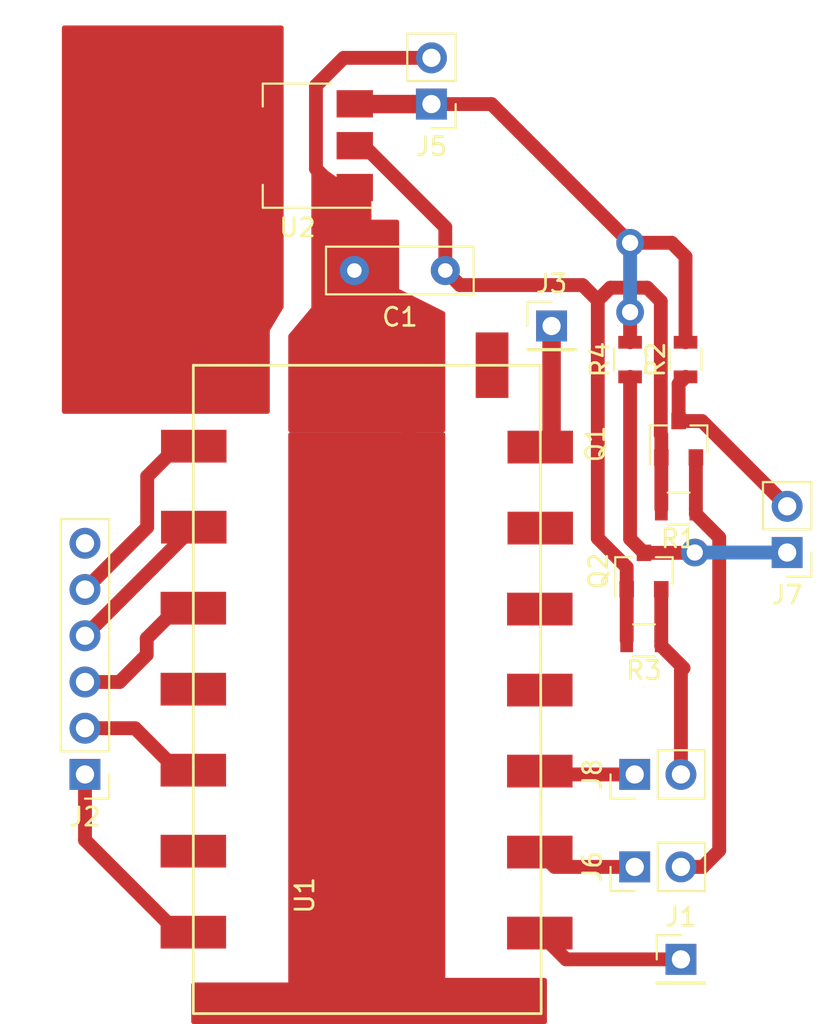
<source format=kicad_pcb>
(kicad_pcb (version 4) (host pcbnew 4.0.7-e2-6376~58~ubuntu16.04.1)

  (general
    (links 33)
    (no_connects 2)
    (area 0 0 0 0)
    (thickness 1.6)
    (drawings 0)
    (tracks 84)
    (zones 0)
    (modules 16)
    (nets 18)
  )

  (page A4)
  (layers
    (0 F.Cu signal)
    (31 B.Cu signal)
    (32 B.Adhes user)
    (33 F.Adhes user)
    (34 B.Paste user)
    (35 F.Paste user)
    (36 B.SilkS user)
    (37 F.SilkS user)
    (38 B.Mask user)
    (39 F.Mask user)
    (40 Dwgs.User user)
    (41 Cmts.User user)
    (42 Eco1.User user)
    (43 Eco2.User user)
    (44 Edge.Cuts user)
    (45 Margin user)
    (46 B.CrtYd user)
    (47 F.CrtYd user)
    (48 B.Fab user)
    (49 F.Fab user)
  )

  (setup
    (last_trace_width 0.762)
    (user_trace_width 0.508)
    (user_trace_width 0.762)
    (user_trace_width 1.016)
    (trace_clearance 0.2)
    (zone_clearance 0.508)
    (zone_45_only no)
    (trace_min 0.2)
    (segment_width 0.2)
    (edge_width 0.15)
    (via_size 1.524)
    (via_drill 0.889)
    (via_min_size 0.4)
    (via_min_drill 0.3)
    (uvia_size 0.3)
    (uvia_drill 0.1)
    (uvias_allowed no)
    (uvia_min_size 0)
    (uvia_min_drill 0)
    (pcb_text_width 0.3)
    (pcb_text_size 1.5 1.5)
    (mod_edge_width 0.15)
    (mod_text_size 1 1)
    (mod_text_width 0.15)
    (pad_size 1.524 1.524)
    (pad_drill 0.762)
    (pad_to_mask_clearance 0.2)
    (aux_axis_origin 0 0)
    (visible_elements FFFFEF7F)
    (pcbplotparams
      (layerselection 0x00030_80000001)
      (usegerberextensions false)
      (excludeedgelayer true)
      (linewidth 0.100000)
      (plotframeref false)
      (viasonmask false)
      (mode 1)
      (useauxorigin false)
      (hpglpennumber 1)
      (hpglpenspeed 20)
      (hpglpendiameter 15)
      (hpglpenoverlay 2)
      (psnegative false)
      (psa4output false)
      (plotreference true)
      (plotvalue true)
      (plotinvisibletext false)
      (padsonsilk false)
      (subtractmaskfromsilk false)
      (outputformat 1)
      (mirror false)
      (drillshape 1)
      (scaleselection 1)
      (outputdirectory ""))
  )

  (net 0 "")
  (net 1 GND)
  (net 2 "Net-(J2-Pad1)")
  (net 3 "Net-(J2-Pad2)")
  (net 4 "Net-(J2-Pad3)")
  (net 5 "Net-(J2-Pad4)")
  (net 6 "Net-(J2-Pad5)")
  (net 7 "Net-(J2-Pad6)")
  (net 8 +3V3)
  (net 9 "Net-(J6-Pad2)")
  (net 10 "Net-(J7-Pad1)")
  (net 11 "Net-(J7-Pad2)")
  (net 12 "Net-(J8-Pad2)")
  (net 13 +5V)
  (net 14 "Net-(J6-Pad1)")
  (net 15 "Net-(J8-Pad1)")
  (net 16 "Net-(J3-Pad1)")
  (net 17 "Net-(J1-Pad1)")

  (net_class Default "This is the default net class."
    (clearance 0.2)
    (trace_width 0.25)
    (via_dia 1.524)
    (via_drill 0.889)
    (uvia_dia 0.3)
    (uvia_drill 0.1)
    (add_net +3V3)
    (add_net +5V)
    (add_net GND)
    (add_net "Net-(J1-Pad1)")
    (add_net "Net-(J2-Pad1)")
    (add_net "Net-(J2-Pad2)")
    (add_net "Net-(J2-Pad3)")
    (add_net "Net-(J2-Pad4)")
    (add_net "Net-(J2-Pad5)")
    (add_net "Net-(J2-Pad6)")
    (add_net "Net-(J3-Pad1)")
    (add_net "Net-(J6-Pad1)")
    (add_net "Net-(J6-Pad2)")
    (add_net "Net-(J7-Pad1)")
    (add_net "Net-(J7-Pad2)")
    (add_net "Net-(J8-Pad1)")
    (add_net "Net-(J8-Pad2)")
  )

  (module Capacitors_THT:C_Disc_D8.0mm_W2.5mm_P5.00mm (layer F.Cu) (tedit 597BC7C2) (tstamp 5ADF816C)
    (at 163.83 76.454 180)
    (descr "C, Disc series, Radial, pin pitch=5.00mm, , diameter*width=8*2.5mm^2, Capacitor, http://cdn-reichelt.de/documents/datenblatt/B300/DS_KERKO_TC.pdf")
    (tags "C Disc series Radial pin pitch 5.00mm  diameter 8mm width 2.5mm Capacitor")
    (path /5ADE7263)
    (fp_text reference C1 (at 2.5 -2.56 180) (layer F.SilkS)
      (effects (font (size 1 1) (thickness 0.15)))
    )
    (fp_text value 10uf (at 2.5 2.56 180) (layer F.Fab)
      (effects (font (size 1 1) (thickness 0.15)))
    )
    (fp_line (start -1.5 -1.25) (end -1.5 1.25) (layer F.Fab) (width 0.1))
    (fp_line (start -1.5 1.25) (end 6.5 1.25) (layer F.Fab) (width 0.1))
    (fp_line (start 6.5 1.25) (end 6.5 -1.25) (layer F.Fab) (width 0.1))
    (fp_line (start 6.5 -1.25) (end -1.5 -1.25) (layer F.Fab) (width 0.1))
    (fp_line (start -1.56 -1.31) (end 6.56 -1.31) (layer F.SilkS) (width 0.12))
    (fp_line (start -1.56 1.31) (end 6.56 1.31) (layer F.SilkS) (width 0.12))
    (fp_line (start -1.56 -1.31) (end -1.56 1.31) (layer F.SilkS) (width 0.12))
    (fp_line (start 6.56 -1.31) (end 6.56 1.31) (layer F.SilkS) (width 0.12))
    (fp_line (start -1.85 -1.6) (end -1.85 1.6) (layer F.CrtYd) (width 0.05))
    (fp_line (start -1.85 1.6) (end 6.85 1.6) (layer F.CrtYd) (width 0.05))
    (fp_line (start 6.85 1.6) (end 6.85 -1.6) (layer F.CrtYd) (width 0.05))
    (fp_line (start 6.85 -1.6) (end -1.85 -1.6) (layer F.CrtYd) (width 0.05))
    (fp_text user %R (at 2.5 0 180) (layer F.Fab)
      (effects (font (size 1 1) (thickness 0.15)))
    )
    (pad 1 thru_hole circle (at 0 0 180) (size 1.6 1.6) (drill 0.8) (layers *.Cu *.Mask)
      (net 8 +3V3))
    (pad 2 thru_hole circle (at 5 0 180) (size 1.6 1.6) (drill 0.8) (layers *.Cu *.Mask)
      (net 1 GND))
    (model ${KISYS3DMOD}/Capacitors_THT.3dshapes/C_Disc_D8.0mm_W2.5mm_P5.00mm.wrl
      (at (xyz 0 0 0))
      (scale (xyz 1 1 1))
      (rotate (xyz 0 0 0))
    )
  )

  (module Pin_Headers:Pin_Header_Straight_1x06_Pitch2.54mm (layer F.Cu) (tedit 59650532) (tstamp 5ADF8180)
    (at 144.018 104.14 180)
    (descr "Through hole straight pin header, 1x06, 2.54mm pitch, single row")
    (tags "Through hole pin header THT 1x06 2.54mm single row")
    (path /5ADE6D3C)
    (fp_text reference J2 (at 0 -2.33 180) (layer F.SilkS)
      (effects (font (size 1 1) (thickness 0.15)))
    )
    (fp_text value Conn_01x06 (at 0 15.03 180) (layer F.Fab)
      (effects (font (size 1 1) (thickness 0.15)))
    )
    (fp_line (start -0.635 -1.27) (end 1.27 -1.27) (layer F.Fab) (width 0.1))
    (fp_line (start 1.27 -1.27) (end 1.27 13.97) (layer F.Fab) (width 0.1))
    (fp_line (start 1.27 13.97) (end -1.27 13.97) (layer F.Fab) (width 0.1))
    (fp_line (start -1.27 13.97) (end -1.27 -0.635) (layer F.Fab) (width 0.1))
    (fp_line (start -1.27 -0.635) (end -0.635 -1.27) (layer F.Fab) (width 0.1))
    (fp_line (start -1.33 14.03) (end 1.33 14.03) (layer F.SilkS) (width 0.12))
    (fp_line (start -1.33 1.27) (end -1.33 14.03) (layer F.SilkS) (width 0.12))
    (fp_line (start 1.33 1.27) (end 1.33 14.03) (layer F.SilkS) (width 0.12))
    (fp_line (start -1.33 1.27) (end 1.33 1.27) (layer F.SilkS) (width 0.12))
    (fp_line (start -1.33 0) (end -1.33 -1.33) (layer F.SilkS) (width 0.12))
    (fp_line (start -1.33 -1.33) (end 0 -1.33) (layer F.SilkS) (width 0.12))
    (fp_line (start -1.8 -1.8) (end -1.8 14.5) (layer F.CrtYd) (width 0.05))
    (fp_line (start -1.8 14.5) (end 1.8 14.5) (layer F.CrtYd) (width 0.05))
    (fp_line (start 1.8 14.5) (end 1.8 -1.8) (layer F.CrtYd) (width 0.05))
    (fp_line (start 1.8 -1.8) (end -1.8 -1.8) (layer F.CrtYd) (width 0.05))
    (fp_text user %R (at 0 6.35 270) (layer F.Fab)
      (effects (font (size 1 1) (thickness 0.15)))
    )
    (pad 1 thru_hole rect (at 0 0 180) (size 1.7 1.7) (drill 1) (layers *.Cu *.Mask)
      (net 2 "Net-(J2-Pad1)"))
    (pad 2 thru_hole oval (at 0 2.54 180) (size 1.7 1.7) (drill 1) (layers *.Cu *.Mask)
      (net 3 "Net-(J2-Pad2)"))
    (pad 3 thru_hole oval (at 0 5.08 180) (size 1.7 1.7) (drill 1) (layers *.Cu *.Mask)
      (net 4 "Net-(J2-Pad3)"))
    (pad 4 thru_hole oval (at 0 7.62 180) (size 1.7 1.7) (drill 1) (layers *.Cu *.Mask)
      (net 5 "Net-(J2-Pad4)"))
    (pad 5 thru_hole oval (at 0 10.16 180) (size 1.7 1.7) (drill 1) (layers *.Cu *.Mask)
      (net 6 "Net-(J2-Pad5)"))
    (pad 6 thru_hole oval (at 0 12.7 180) (size 1.7 1.7) (drill 1) (layers *.Cu *.Mask)
      (net 7 "Net-(J2-Pad6)"))
    (model ${KISYS3DMOD}/Pin_Headers.3dshapes/Pin_Header_Straight_1x06_Pitch2.54mm.wrl
      (at (xyz 0 0 0))
      (scale (xyz 1 1 1))
      (rotate (xyz 0 0 0))
    )
  )

  (module Pin_Headers:Pin_Header_Straight_1x01_Pitch2.54mm (layer F.Cu) (tedit 59650532) (tstamp 5ADF8185)
    (at 169.672 79.502)
    (descr "Through hole straight pin header, 1x01, 2.54mm pitch, single row")
    (tags "Through hole pin header THT 1x01 2.54mm single row")
    (path /5ADE73C1)
    (fp_text reference J3 (at 0 -2.33) (layer F.SilkS)
      (effects (font (size 1 1) (thickness 0.15)))
    )
    (fp_text value ant (at 0 2.33) (layer F.Fab)
      (effects (font (size 1 1) (thickness 0.15)))
    )
    (fp_line (start -0.635 -1.27) (end 1.27 -1.27) (layer F.Fab) (width 0.1))
    (fp_line (start 1.27 -1.27) (end 1.27 1.27) (layer F.Fab) (width 0.1))
    (fp_line (start 1.27 1.27) (end -1.27 1.27) (layer F.Fab) (width 0.1))
    (fp_line (start -1.27 1.27) (end -1.27 -0.635) (layer F.Fab) (width 0.1))
    (fp_line (start -1.27 -0.635) (end -0.635 -1.27) (layer F.Fab) (width 0.1))
    (fp_line (start -1.33 1.33) (end 1.33 1.33) (layer F.SilkS) (width 0.12))
    (fp_line (start -1.33 1.27) (end -1.33 1.33) (layer F.SilkS) (width 0.12))
    (fp_line (start 1.33 1.27) (end 1.33 1.33) (layer F.SilkS) (width 0.12))
    (fp_line (start -1.33 1.27) (end 1.33 1.27) (layer F.SilkS) (width 0.12))
    (fp_line (start -1.33 0) (end -1.33 -1.33) (layer F.SilkS) (width 0.12))
    (fp_line (start -1.33 -1.33) (end 0 -1.33) (layer F.SilkS) (width 0.12))
    (fp_line (start -1.8 -1.8) (end -1.8 1.8) (layer F.CrtYd) (width 0.05))
    (fp_line (start -1.8 1.8) (end 1.8 1.8) (layer F.CrtYd) (width 0.05))
    (fp_line (start 1.8 1.8) (end 1.8 -1.8) (layer F.CrtYd) (width 0.05))
    (fp_line (start 1.8 -1.8) (end -1.8 -1.8) (layer F.CrtYd) (width 0.05))
    (fp_text user %R (at 0 0 90) (layer F.Fab)
      (effects (font (size 1 1) (thickness 0.15)))
    )
    (pad 1 thru_hole rect (at 0 0) (size 1.7 1.7) (drill 1) (layers *.Cu *.Mask)
      (net 16 "Net-(J3-Pad1)"))
    (model ${KISYS3DMOD}/Pin_Headers.3dshapes/Pin_Header_Straight_1x01_Pitch2.54mm.wrl
      (at (xyz 0 0 0))
      (scale (xyz 1 1 1))
      (rotate (xyz 0 0 0))
    )
  )

  (module Pin_Headers:Pin_Header_Straight_1x02_Pitch2.54mm (layer F.Cu) (tedit 59650532) (tstamp 5ADF8190)
    (at 163.068 67.31 180)
    (descr "Through hole straight pin header, 1x02, 2.54mm pitch, single row")
    (tags "Through hole pin header THT 1x02 2.54mm single row")
    (path /5ADF82D9)
    (fp_text reference J5 (at 0 -2.33 180) (layer F.SilkS)
      (effects (font (size 1 1) (thickness 0.15)))
    )
    (fp_text value Power (at 0 4.87 180) (layer F.Fab)
      (effects (font (size 1 1) (thickness 0.15)))
    )
    (fp_line (start -0.635 -1.27) (end 1.27 -1.27) (layer F.Fab) (width 0.1))
    (fp_line (start 1.27 -1.27) (end 1.27 3.81) (layer F.Fab) (width 0.1))
    (fp_line (start 1.27 3.81) (end -1.27 3.81) (layer F.Fab) (width 0.1))
    (fp_line (start -1.27 3.81) (end -1.27 -0.635) (layer F.Fab) (width 0.1))
    (fp_line (start -1.27 -0.635) (end -0.635 -1.27) (layer F.Fab) (width 0.1))
    (fp_line (start -1.33 3.87) (end 1.33 3.87) (layer F.SilkS) (width 0.12))
    (fp_line (start -1.33 1.27) (end -1.33 3.87) (layer F.SilkS) (width 0.12))
    (fp_line (start 1.33 1.27) (end 1.33 3.87) (layer F.SilkS) (width 0.12))
    (fp_line (start -1.33 1.27) (end 1.33 1.27) (layer F.SilkS) (width 0.12))
    (fp_line (start -1.33 0) (end -1.33 -1.33) (layer F.SilkS) (width 0.12))
    (fp_line (start -1.33 -1.33) (end 0 -1.33) (layer F.SilkS) (width 0.12))
    (fp_line (start -1.8 -1.8) (end -1.8 4.35) (layer F.CrtYd) (width 0.05))
    (fp_line (start -1.8 4.35) (end 1.8 4.35) (layer F.CrtYd) (width 0.05))
    (fp_line (start 1.8 4.35) (end 1.8 -1.8) (layer F.CrtYd) (width 0.05))
    (fp_line (start 1.8 -1.8) (end -1.8 -1.8) (layer F.CrtYd) (width 0.05))
    (fp_text user %R (at 0 1.27 270) (layer F.Fab)
      (effects (font (size 1 1) (thickness 0.15)))
    )
    (pad 1 thru_hole rect (at 0 0 180) (size 1.7 1.7) (drill 1) (layers *.Cu *.Mask)
      (net 13 +5V))
    (pad 2 thru_hole oval (at 0 2.54 180) (size 1.7 1.7) (drill 1) (layers *.Cu *.Mask)
      (net 1 GND))
    (model ${KISYS3DMOD}/Pin_Headers.3dshapes/Pin_Header_Straight_1x02_Pitch2.54mm.wrl
      (at (xyz 0 0 0))
      (scale (xyz 1 1 1))
      (rotate (xyz 0 0 0))
    )
  )

  (module TO_SOT_Packages_SMD:SOT-223-3_TabPin2 (layer F.Cu) (tedit 58CE4E7E) (tstamp 5ADF8243)
    (at 155.702 69.596 180)
    (descr "module CMS SOT223 4 pins")
    (tags "CMS SOT")
    (path /5ADF804B)
    (attr smd)
    (fp_text reference U2 (at 0 -4.5 180) (layer F.SilkS)
      (effects (font (size 1 1) (thickness 0.15)))
    )
    (fp_text value AP1117-33 (at 0 4.5 180) (layer F.Fab)
      (effects (font (size 1 1) (thickness 0.15)))
    )
    (fp_text user %R (at 0 0 270) (layer F.Fab)
      (effects (font (size 0.8 0.8) (thickness 0.12)))
    )
    (fp_line (start 1.91 3.41) (end 1.91 2.15) (layer F.SilkS) (width 0.12))
    (fp_line (start 1.91 -3.41) (end 1.91 -2.15) (layer F.SilkS) (width 0.12))
    (fp_line (start 4.4 -3.6) (end -4.4 -3.6) (layer F.CrtYd) (width 0.05))
    (fp_line (start 4.4 3.6) (end 4.4 -3.6) (layer F.CrtYd) (width 0.05))
    (fp_line (start -4.4 3.6) (end 4.4 3.6) (layer F.CrtYd) (width 0.05))
    (fp_line (start -4.4 -3.6) (end -4.4 3.6) (layer F.CrtYd) (width 0.05))
    (fp_line (start -1.85 -2.35) (end -0.85 -3.35) (layer F.Fab) (width 0.1))
    (fp_line (start -1.85 -2.35) (end -1.85 3.35) (layer F.Fab) (width 0.1))
    (fp_line (start -1.85 3.41) (end 1.91 3.41) (layer F.SilkS) (width 0.12))
    (fp_line (start -0.85 -3.35) (end 1.85 -3.35) (layer F.Fab) (width 0.1))
    (fp_line (start -4.1 -3.41) (end 1.91 -3.41) (layer F.SilkS) (width 0.12))
    (fp_line (start -1.85 3.35) (end 1.85 3.35) (layer F.Fab) (width 0.1))
    (fp_line (start 1.85 -3.35) (end 1.85 3.35) (layer F.Fab) (width 0.1))
    (pad 2 smd rect (at 3.15 0 180) (size 2 3.8) (layers F.Cu F.Paste F.Mask)
      (net 8 +3V3))
    (pad 2 smd rect (at -3.15 0 180) (size 2 1.5) (layers F.Cu F.Paste F.Mask)
      (net 8 +3V3))
    (pad 3 smd rect (at -3.15 2.3 180) (size 2 1.5) (layers F.Cu F.Paste F.Mask)
      (net 13 +5V))
    (pad 1 smd rect (at -3.15 -2.3 180) (size 2 1.5) (layers F.Cu F.Paste F.Mask)
      (net 1 GND))
    (model ${KISYS3DMOD}/TO_SOT_Packages_SMD.3dshapes/SOT-223.wrl
      (at (xyz 0 0 0))
      (scale (xyz 1 1 1))
      (rotate (xyz 0 0 0))
    )
  )

  (module MainWorking:DRA818 (layer F.Cu) (tedit 5ADFA6FB) (tstamp 5ADF81A6)
    (at 142.875 103.505 90)
    (tags "DRA818 radio module xvcr transmitter transciever receiver vhf uhf")
    (path /5ADE6CB3)
    (fp_text reference U1 (at -7.275 13.225 90) (layer F.SilkS)
      (effects (font (size 1 1) (thickness 0.15)))
    )
    (fp_text value DRA818 (at -7.15 10.825 90) (layer F.Fab)
      (effects (font (size 1 1) (thickness 0.15)))
    )
    (fp_line (start -13.775 26.225) (end 21.85 26.175) (layer F.SilkS) (width 0.15))
    (fp_line (start 21.85 7.1) (end -13.775 7.1) (layer F.SilkS) (width 0.15))
    (fp_line (start -13.775 7.125) (end -13.775 26.2) (layer F.SilkS) (width 0.15))
    (fp_line (start 21.844 7.112) (end 21.844 26.162) (layer F.SilkS) (width 0.15))
    (pad 18 smd rect (at -9.35 26.15 180) (size 3.6 1.8) (layers F.Cu F.Paste F.Mask)
      (net 17 "Net-(J1-Pad1)"))
    (pad 17 smd rect (at -4.9 26.15 180) (size 3.6 1.8) (layers F.Cu F.Paste F.Mask)
      (net 14 "Net-(J6-Pad1)"))
    (pad 16 smd rect (at -0.45 26.15 180) (size 3.6 1.8) (layers F.Cu F.Paste F.Mask)
      (net 15 "Net-(J8-Pad1)"))
    (pad 15 smd rect (at 4 26.15 180) (size 3.6 1.8) (layers F.Cu F.Paste F.Mask))
    (pad 14 smd rect (at 8.45 26.15 180) (size 3.6 1.8) (layers F.Cu F.Paste F.Mask))
    (pad 13 smd rect (at 12.9 26.175 180) (size 3.6 1.8) (layers F.Cu F.Paste F.Mask))
    (pad 12 smd rect (at 17.35 26.175 180) (size 3.6 1.8) (layers F.Cu F.Paste F.Mask)
      (net 16 "Net-(J3-Pad1)"))
    (pad 7 smd rect (at 17.4 7.125 180) (size 3.6 1.8) (layers F.Cu F.Paste F.Mask)
      (net 6 "Net-(J2-Pad5)"))
    (pad 6 smd rect (at 12.95 7.125 180) (size 3.6 1.8) (layers F.Cu F.Paste F.Mask)
      (net 5 "Net-(J2-Pad4)"))
    (pad 5 smd rect (at 8.5 7.1 180) (size 3.6 1.8) (layers F.Cu F.Paste F.Mask)
      (net 4 "Net-(J2-Pad3)"))
    (pad 4 smd rect (at 4.05 7.1 180) (size 3.6 1.8) (layers F.Cu F.Paste F.Mask))
    (pad 3 smd rect (at -0.4 7.1 180) (size 3.6 1.8) (layers F.Cu F.Paste F.Mask)
      (net 3 "Net-(J2-Pad2)"))
    (pad 2 smd rect (at -4.85 7.1 180) (size 3.6 1.8) (layers F.Cu F.Paste F.Mask))
    (pad 1 smd rect (at -9.3 7.1 180) (size 3.6 1.8) (layers F.Cu F.Paste F.Mask)
      (net 2 "Net-(J2-Pad1)"))
    (pad 8 smd rect (at 21.825 9.725 180) (size 1.8 3.6) (layers F.Cu F.Paste F.Mask)
      (net 8 +3V3))
    (pad 9 smd rect (at 21.85 14.325 180) (size 1.8 3.6) (layers F.Cu F.Paste F.Mask)
      (net 1 GND))
    (pad 10 smd rect (at 21.85 18.925 180) (size 1.8 3.6) (layers F.Cu F.Paste F.Mask)
      (net 1 GND))
    (pad 11 smd rect (at 21.85 23.525 180) (size 1.8 3.6) (layers F.Cu F.Paste F.Mask))
    (pad 10 smd rect (at -13.225 10.675 90) (size 1 7) (layers F.Cu F.Paste F.Mask)
      (net 1 GND))
    (pad 10 smd trapezoid (at -13.225 23.425 90) (size 1 5.5) (layers F.Cu F.Paste F.Mask)
      (net 1 GND))
  )

  (module Pin_Headers:Pin_Header_Straight_1x02_Pitch2.54mm (layer F.Cu) (tedit 59650532) (tstamp 5AE4D6EF)
    (at 174.244 109.22 90)
    (descr "Through hole straight pin header, 1x02, 2.54mm pitch, single row")
    (tags "Through hole pin header THT 1x02 2.54mm single row")
    (path /5AE4D5AD)
    (fp_text reference J6 (at 0 -2.33 90) (layer F.SilkS)
      (effects (font (size 1 1) (thickness 0.15)))
    )
    (fp_text value txjump (at 0 4.87 90) (layer F.Fab)
      (effects (font (size 1 1) (thickness 0.15)))
    )
    (fp_line (start -0.635 -1.27) (end 1.27 -1.27) (layer F.Fab) (width 0.1))
    (fp_line (start 1.27 -1.27) (end 1.27 3.81) (layer F.Fab) (width 0.1))
    (fp_line (start 1.27 3.81) (end -1.27 3.81) (layer F.Fab) (width 0.1))
    (fp_line (start -1.27 3.81) (end -1.27 -0.635) (layer F.Fab) (width 0.1))
    (fp_line (start -1.27 -0.635) (end -0.635 -1.27) (layer F.Fab) (width 0.1))
    (fp_line (start -1.33 3.87) (end 1.33 3.87) (layer F.SilkS) (width 0.12))
    (fp_line (start -1.33 1.27) (end -1.33 3.87) (layer F.SilkS) (width 0.12))
    (fp_line (start 1.33 1.27) (end 1.33 3.87) (layer F.SilkS) (width 0.12))
    (fp_line (start -1.33 1.27) (end 1.33 1.27) (layer F.SilkS) (width 0.12))
    (fp_line (start -1.33 0) (end -1.33 -1.33) (layer F.SilkS) (width 0.12))
    (fp_line (start -1.33 -1.33) (end 0 -1.33) (layer F.SilkS) (width 0.12))
    (fp_line (start -1.8 -1.8) (end -1.8 4.35) (layer F.CrtYd) (width 0.05))
    (fp_line (start -1.8 4.35) (end 1.8 4.35) (layer F.CrtYd) (width 0.05))
    (fp_line (start 1.8 4.35) (end 1.8 -1.8) (layer F.CrtYd) (width 0.05))
    (fp_line (start 1.8 -1.8) (end -1.8 -1.8) (layer F.CrtYd) (width 0.05))
    (fp_text user %R (at 0 1.27 180) (layer F.Fab)
      (effects (font (size 1 1) (thickness 0.15)))
    )
    (pad 1 thru_hole rect (at 0 0 90) (size 1.7 1.7) (drill 1) (layers *.Cu *.Mask)
      (net 14 "Net-(J6-Pad1)"))
    (pad 2 thru_hole oval (at 0 2.54 90) (size 1.7 1.7) (drill 1) (layers *.Cu *.Mask)
      (net 9 "Net-(J6-Pad2)"))
    (model ${KISYS3DMOD}/Pin_Headers.3dshapes/Pin_Header_Straight_1x02_Pitch2.54mm.wrl
      (at (xyz 0 0 0))
      (scale (xyz 1 1 1))
      (rotate (xyz 0 0 0))
    )
  )

  (module Pin_Headers:Pin_Header_Straight_1x02_Pitch2.54mm (layer F.Cu) (tedit 59650532) (tstamp 5AE4D6F5)
    (at 182.626 91.948 180)
    (descr "Through hole straight pin header, 1x02, 2.54mm pitch, single row")
    (tags "Through hole pin header THT 1x02 2.54mm single row")
    (path /5AE4E280)
    (fp_text reference J7 (at 0 -2.33 180) (layer F.SilkS)
      (effects (font (size 1 1) (thickness 0.15)))
    )
    (fp_text value 5vTTL (at 0 4.87 180) (layer F.Fab)
      (effects (font (size 1 1) (thickness 0.15)))
    )
    (fp_line (start -0.635 -1.27) (end 1.27 -1.27) (layer F.Fab) (width 0.1))
    (fp_line (start 1.27 -1.27) (end 1.27 3.81) (layer F.Fab) (width 0.1))
    (fp_line (start 1.27 3.81) (end -1.27 3.81) (layer F.Fab) (width 0.1))
    (fp_line (start -1.27 3.81) (end -1.27 -0.635) (layer F.Fab) (width 0.1))
    (fp_line (start -1.27 -0.635) (end -0.635 -1.27) (layer F.Fab) (width 0.1))
    (fp_line (start -1.33 3.87) (end 1.33 3.87) (layer F.SilkS) (width 0.12))
    (fp_line (start -1.33 1.27) (end -1.33 3.87) (layer F.SilkS) (width 0.12))
    (fp_line (start 1.33 1.27) (end 1.33 3.87) (layer F.SilkS) (width 0.12))
    (fp_line (start -1.33 1.27) (end 1.33 1.27) (layer F.SilkS) (width 0.12))
    (fp_line (start -1.33 0) (end -1.33 -1.33) (layer F.SilkS) (width 0.12))
    (fp_line (start -1.33 -1.33) (end 0 -1.33) (layer F.SilkS) (width 0.12))
    (fp_line (start -1.8 -1.8) (end -1.8 4.35) (layer F.CrtYd) (width 0.05))
    (fp_line (start -1.8 4.35) (end 1.8 4.35) (layer F.CrtYd) (width 0.05))
    (fp_line (start 1.8 4.35) (end 1.8 -1.8) (layer F.CrtYd) (width 0.05))
    (fp_line (start 1.8 -1.8) (end -1.8 -1.8) (layer F.CrtYd) (width 0.05))
    (fp_text user %R (at 0 1.27 270) (layer F.Fab)
      (effects (font (size 1 1) (thickness 0.15)))
    )
    (pad 1 thru_hole rect (at 0 0 180) (size 1.7 1.7) (drill 1) (layers *.Cu *.Mask)
      (net 10 "Net-(J7-Pad1)"))
    (pad 2 thru_hole oval (at 0 2.54 180) (size 1.7 1.7) (drill 1) (layers *.Cu *.Mask)
      (net 11 "Net-(J7-Pad2)"))
    (model ${KISYS3DMOD}/Pin_Headers.3dshapes/Pin_Header_Straight_1x02_Pitch2.54mm.wrl
      (at (xyz 0 0 0))
      (scale (xyz 1 1 1))
      (rotate (xyz 0 0 0))
    )
  )

  (module Pin_Headers:Pin_Header_Straight_1x02_Pitch2.54mm (layer F.Cu) (tedit 59650532) (tstamp 5AE4D6FB)
    (at 174.244 104.14 90)
    (descr "Through hole straight pin header, 1x02, 2.54mm pitch, single row")
    (tags "Through hole pin header THT 1x02 2.54mm single row")
    (path /5AE4D547)
    (fp_text reference J8 (at 0 -2.33 90) (layer F.SilkS)
      (effects (font (size 1 1) (thickness 0.15)))
    )
    (fp_text value rxjump (at 0 4.87 90) (layer F.Fab)
      (effects (font (size 1 1) (thickness 0.15)))
    )
    (fp_line (start -0.635 -1.27) (end 1.27 -1.27) (layer F.Fab) (width 0.1))
    (fp_line (start 1.27 -1.27) (end 1.27 3.81) (layer F.Fab) (width 0.1))
    (fp_line (start 1.27 3.81) (end -1.27 3.81) (layer F.Fab) (width 0.1))
    (fp_line (start -1.27 3.81) (end -1.27 -0.635) (layer F.Fab) (width 0.1))
    (fp_line (start -1.27 -0.635) (end -0.635 -1.27) (layer F.Fab) (width 0.1))
    (fp_line (start -1.33 3.87) (end 1.33 3.87) (layer F.SilkS) (width 0.12))
    (fp_line (start -1.33 1.27) (end -1.33 3.87) (layer F.SilkS) (width 0.12))
    (fp_line (start 1.33 1.27) (end 1.33 3.87) (layer F.SilkS) (width 0.12))
    (fp_line (start -1.33 1.27) (end 1.33 1.27) (layer F.SilkS) (width 0.12))
    (fp_line (start -1.33 0) (end -1.33 -1.33) (layer F.SilkS) (width 0.12))
    (fp_line (start -1.33 -1.33) (end 0 -1.33) (layer F.SilkS) (width 0.12))
    (fp_line (start -1.8 -1.8) (end -1.8 4.35) (layer F.CrtYd) (width 0.05))
    (fp_line (start -1.8 4.35) (end 1.8 4.35) (layer F.CrtYd) (width 0.05))
    (fp_line (start 1.8 4.35) (end 1.8 -1.8) (layer F.CrtYd) (width 0.05))
    (fp_line (start 1.8 -1.8) (end -1.8 -1.8) (layer F.CrtYd) (width 0.05))
    (fp_text user %R (at 0 1.27 180) (layer F.Fab)
      (effects (font (size 1 1) (thickness 0.15)))
    )
    (pad 1 thru_hole rect (at 0 0 90) (size 1.7 1.7) (drill 1) (layers *.Cu *.Mask)
      (net 15 "Net-(J8-Pad1)"))
    (pad 2 thru_hole oval (at 0 2.54 90) (size 1.7 1.7) (drill 1) (layers *.Cu *.Mask)
      (net 12 "Net-(J8-Pad2)"))
    (model ${KISYS3DMOD}/Pin_Headers.3dshapes/Pin_Header_Straight_1x02_Pitch2.54mm.wrl
      (at (xyz 0 0 0))
      (scale (xyz 1 1 1))
      (rotate (xyz 0 0 0))
    )
  )

  (module TO_SOT_Packages_SMD:SOT-23 (layer F.Cu) (tedit 5AE5F755) (tstamp 5AE4D702)
    (at 176.657 85.725 90)
    (descr "SOT-23, Standard")
    (tags SOT-23)
    (path /5AE4D897)
    (attr smd)
    (fp_text reference Q1 (at -0.254 -4.572 90) (layer F.SilkS)
      (effects (font (size 1 1) (thickness 0.15)))
    )
    (fp_text value BSS138 (at 0 2.5 90) (layer F.Fab)
      (effects (font (size 1 1) (thickness 0.15)))
    )
    (fp_text user %R (at 0 0 180) (layer F.Fab)
      (effects (font (size 0.5 0.5) (thickness 0.075)))
    )
    (fp_line (start -0.7 -0.95) (end -0.7 1.5) (layer F.Fab) (width 0.1))
    (fp_line (start -0.15 -1.52) (end 0.7 -1.52) (layer F.Fab) (width 0.1))
    (fp_line (start -0.7 -0.95) (end -0.15 -1.52) (layer F.Fab) (width 0.1))
    (fp_line (start 0.7 -1.52) (end 0.7 1.52) (layer F.Fab) (width 0.1))
    (fp_line (start -0.7 1.52) (end 0.7 1.52) (layer F.Fab) (width 0.1))
    (fp_line (start 0.76 1.58) (end 0.76 0.65) (layer F.SilkS) (width 0.12))
    (fp_line (start 0.76 -1.58) (end 0.76 -0.65) (layer F.SilkS) (width 0.12))
    (fp_line (start -1.7 -1.75) (end 1.7 -1.75) (layer F.CrtYd) (width 0.05))
    (fp_line (start 1.7 -1.75) (end 1.7 1.75) (layer F.CrtYd) (width 0.05))
    (fp_line (start 1.7 1.75) (end -1.7 1.75) (layer F.CrtYd) (width 0.05))
    (fp_line (start -1.7 1.75) (end -1.7 -1.75) (layer F.CrtYd) (width 0.05))
    (fp_line (start 0.76 -1.58) (end -1.4 -1.58) (layer F.SilkS) (width 0.12))
    (fp_line (start 0.76 1.58) (end -0.7 1.58) (layer F.SilkS) (width 0.12))
    (pad 1 smd rect (at -1 -0.95 90) (size 0.9 0.8) (layers F.Cu F.Paste F.Mask)
      (net 8 +3V3))
    (pad 2 smd rect (at -1 0.95 90) (size 0.9 0.8) (layers F.Cu F.Paste F.Mask)
      (net 9 "Net-(J6-Pad2)"))
    (pad 3 smd rect (at 1 0 90) (size 0.9 0.8) (layers F.Cu F.Paste F.Mask)
      (net 11 "Net-(J7-Pad2)"))
    (model ${KISYS3DMOD}/TO_SOT_Packages_SMD.3dshapes/SOT-23.wrl
      (at (xyz 0 0 0))
      (scale (xyz 1 1 1))
      (rotate (xyz 0 0 0))
    )
  )

  (module TO_SOT_Packages_SMD:SOT-23 (layer F.Cu) (tedit 58CE4E7E) (tstamp 5AE4D709)
    (at 174.752 92.964 90)
    (descr "SOT-23, Standard")
    (tags SOT-23)
    (path /5AE4D83B)
    (attr smd)
    (fp_text reference Q2 (at 0 -2.5 90) (layer F.SilkS)
      (effects (font (size 1 1) (thickness 0.15)))
    )
    (fp_text value BSS138 (at 0 2.5 90) (layer F.Fab)
      (effects (font (size 1 1) (thickness 0.15)))
    )
    (fp_text user %R (at 0 0 180) (layer F.Fab)
      (effects (font (size 0.5 0.5) (thickness 0.075)))
    )
    (fp_line (start -0.7 -0.95) (end -0.7 1.5) (layer F.Fab) (width 0.1))
    (fp_line (start -0.15 -1.52) (end 0.7 -1.52) (layer F.Fab) (width 0.1))
    (fp_line (start -0.7 -0.95) (end -0.15 -1.52) (layer F.Fab) (width 0.1))
    (fp_line (start 0.7 -1.52) (end 0.7 1.52) (layer F.Fab) (width 0.1))
    (fp_line (start -0.7 1.52) (end 0.7 1.52) (layer F.Fab) (width 0.1))
    (fp_line (start 0.76 1.58) (end 0.76 0.65) (layer F.SilkS) (width 0.12))
    (fp_line (start 0.76 -1.58) (end 0.76 -0.65) (layer F.SilkS) (width 0.12))
    (fp_line (start -1.7 -1.75) (end 1.7 -1.75) (layer F.CrtYd) (width 0.05))
    (fp_line (start 1.7 -1.75) (end 1.7 1.75) (layer F.CrtYd) (width 0.05))
    (fp_line (start 1.7 1.75) (end -1.7 1.75) (layer F.CrtYd) (width 0.05))
    (fp_line (start -1.7 1.75) (end -1.7 -1.75) (layer F.CrtYd) (width 0.05))
    (fp_line (start 0.76 -1.58) (end -1.4 -1.58) (layer F.SilkS) (width 0.12))
    (fp_line (start 0.76 1.58) (end -0.7 1.58) (layer F.SilkS) (width 0.12))
    (pad 1 smd rect (at -1 -0.95 90) (size 0.9 0.8) (layers F.Cu F.Paste F.Mask)
      (net 8 +3V3))
    (pad 2 smd rect (at -1 0.95 90) (size 0.9 0.8) (layers F.Cu F.Paste F.Mask)
      (net 12 "Net-(J8-Pad2)"))
    (pad 3 smd rect (at 1 0 90) (size 0.9 0.8) (layers F.Cu F.Paste F.Mask)
      (net 10 "Net-(J7-Pad1)"))
    (model ${KISYS3DMOD}/TO_SOT_Packages_SMD.3dshapes/SOT-23.wrl
      (at (xyz 0 0 0))
      (scale (xyz 1 1 1))
      (rotate (xyz 0 0 0))
    )
  )

  (module Resistors_SMD:R_0805 (layer F.Cu) (tedit 58E0A804) (tstamp 5AE4D70F)
    (at 176.657 89.535 180)
    (descr "Resistor SMD 0805, reflow soldering, Vishay (see dcrcw.pdf)")
    (tags "resistor 0805")
    (path /5AE4DC2C)
    (attr smd)
    (fp_text reference R1 (at 0 -1.65 180) (layer F.SilkS)
      (effects (font (size 1 1) (thickness 0.15)))
    )
    (fp_text value 10k (at 0 1.75 180) (layer F.Fab)
      (effects (font (size 1 1) (thickness 0.15)))
    )
    (fp_text user %R (at 0 0 180) (layer F.Fab)
      (effects (font (size 0.5 0.5) (thickness 0.075)))
    )
    (fp_line (start -1 0.62) (end -1 -0.62) (layer F.Fab) (width 0.1))
    (fp_line (start 1 0.62) (end -1 0.62) (layer F.Fab) (width 0.1))
    (fp_line (start 1 -0.62) (end 1 0.62) (layer F.Fab) (width 0.1))
    (fp_line (start -1 -0.62) (end 1 -0.62) (layer F.Fab) (width 0.1))
    (fp_line (start 0.6 0.88) (end -0.6 0.88) (layer F.SilkS) (width 0.12))
    (fp_line (start -0.6 -0.88) (end 0.6 -0.88) (layer F.SilkS) (width 0.12))
    (fp_line (start -1.55 -0.9) (end 1.55 -0.9) (layer F.CrtYd) (width 0.05))
    (fp_line (start -1.55 -0.9) (end -1.55 0.9) (layer F.CrtYd) (width 0.05))
    (fp_line (start 1.55 0.9) (end 1.55 -0.9) (layer F.CrtYd) (width 0.05))
    (fp_line (start 1.55 0.9) (end -1.55 0.9) (layer F.CrtYd) (width 0.05))
    (pad 1 smd rect (at -0.95 0 180) (size 0.7 1.3) (layers F.Cu F.Paste F.Mask)
      (net 9 "Net-(J6-Pad2)"))
    (pad 2 smd rect (at 0.95 0 180) (size 0.7 1.3) (layers F.Cu F.Paste F.Mask)
      (net 8 +3V3))
    (model ${KISYS3DMOD}/Resistors_SMD.3dshapes/R_0805.wrl
      (at (xyz 0 0 0))
      (scale (xyz 1 1 1))
      (rotate (xyz 0 0 0))
    )
  )

  (module Resistors_SMD:R_0805 (layer F.Cu) (tedit 58E0A804) (tstamp 5AE4D715)
    (at 177.038 81.346 90)
    (descr "Resistor SMD 0805, reflow soldering, Vishay (see dcrcw.pdf)")
    (tags "resistor 0805")
    (path /5AE4DF9A)
    (attr smd)
    (fp_text reference R2 (at 0 -1.65 90) (layer F.SilkS)
      (effects (font (size 1 1) (thickness 0.15)))
    )
    (fp_text value 10k (at 0 1.75 90) (layer F.Fab)
      (effects (font (size 1 1) (thickness 0.15)))
    )
    (fp_text user %R (at 0 0 90) (layer F.Fab)
      (effects (font (size 0.5 0.5) (thickness 0.075)))
    )
    (fp_line (start -1 0.62) (end -1 -0.62) (layer F.Fab) (width 0.1))
    (fp_line (start 1 0.62) (end -1 0.62) (layer F.Fab) (width 0.1))
    (fp_line (start 1 -0.62) (end 1 0.62) (layer F.Fab) (width 0.1))
    (fp_line (start -1 -0.62) (end 1 -0.62) (layer F.Fab) (width 0.1))
    (fp_line (start 0.6 0.88) (end -0.6 0.88) (layer F.SilkS) (width 0.12))
    (fp_line (start -0.6 -0.88) (end 0.6 -0.88) (layer F.SilkS) (width 0.12))
    (fp_line (start -1.55 -0.9) (end 1.55 -0.9) (layer F.CrtYd) (width 0.05))
    (fp_line (start -1.55 -0.9) (end -1.55 0.9) (layer F.CrtYd) (width 0.05))
    (fp_line (start 1.55 0.9) (end 1.55 -0.9) (layer F.CrtYd) (width 0.05))
    (fp_line (start 1.55 0.9) (end -1.55 0.9) (layer F.CrtYd) (width 0.05))
    (pad 1 smd rect (at -0.95 0 90) (size 0.7 1.3) (layers F.Cu F.Paste F.Mask)
      (net 11 "Net-(J7-Pad2)"))
    (pad 2 smd rect (at 0.95 0 90) (size 0.7 1.3) (layers F.Cu F.Paste F.Mask)
      (net 13 +5V))
    (model ${KISYS3DMOD}/Resistors_SMD.3dshapes/R_0805.wrl
      (at (xyz 0 0 0))
      (scale (xyz 1 1 1))
      (rotate (xyz 0 0 0))
    )
  )

  (module Resistors_SMD:R_0805 (layer F.Cu) (tedit 58E0A804) (tstamp 5AE4D71B)
    (at 174.752 96.774 180)
    (descr "Resistor SMD 0805, reflow soldering, Vishay (see dcrcw.pdf)")
    (tags "resistor 0805")
    (path /5AE4DD3C)
    (attr smd)
    (fp_text reference R3 (at 0 -1.65 180) (layer F.SilkS)
      (effects (font (size 1 1) (thickness 0.15)))
    )
    (fp_text value 10k (at 0 1.75 180) (layer F.Fab)
      (effects (font (size 1 1) (thickness 0.15)))
    )
    (fp_text user %R (at 0 0 180) (layer F.Fab)
      (effects (font (size 0.5 0.5) (thickness 0.075)))
    )
    (fp_line (start -1 0.62) (end -1 -0.62) (layer F.Fab) (width 0.1))
    (fp_line (start 1 0.62) (end -1 0.62) (layer F.Fab) (width 0.1))
    (fp_line (start 1 -0.62) (end 1 0.62) (layer F.Fab) (width 0.1))
    (fp_line (start -1 -0.62) (end 1 -0.62) (layer F.Fab) (width 0.1))
    (fp_line (start 0.6 0.88) (end -0.6 0.88) (layer F.SilkS) (width 0.12))
    (fp_line (start -0.6 -0.88) (end 0.6 -0.88) (layer F.SilkS) (width 0.12))
    (fp_line (start -1.55 -0.9) (end 1.55 -0.9) (layer F.CrtYd) (width 0.05))
    (fp_line (start -1.55 -0.9) (end -1.55 0.9) (layer F.CrtYd) (width 0.05))
    (fp_line (start 1.55 0.9) (end 1.55 -0.9) (layer F.CrtYd) (width 0.05))
    (fp_line (start 1.55 0.9) (end -1.55 0.9) (layer F.CrtYd) (width 0.05))
    (pad 1 smd rect (at -0.95 0 180) (size 0.7 1.3) (layers F.Cu F.Paste F.Mask)
      (net 12 "Net-(J8-Pad2)"))
    (pad 2 smd rect (at 0.95 0 180) (size 0.7 1.3) (layers F.Cu F.Paste F.Mask)
      (net 8 +3V3))
    (model ${KISYS3DMOD}/Resistors_SMD.3dshapes/R_0805.wrl
      (at (xyz 0 0 0))
      (scale (xyz 1 1 1))
      (rotate (xyz 0 0 0))
    )
  )

  (module Resistors_SMD:R_0805 (layer F.Cu) (tedit 58E0A804) (tstamp 5AE4D721)
    (at 173.99 81.346 90)
    (descr "Resistor SMD 0805, reflow soldering, Vishay (see dcrcw.pdf)")
    (tags "resistor 0805")
    (path /5AE4DFCF)
    (attr smd)
    (fp_text reference R4 (at 0 -1.65 90) (layer F.SilkS)
      (effects (font (size 1 1) (thickness 0.15)))
    )
    (fp_text value 10k (at 0 1.75 90) (layer F.Fab)
      (effects (font (size 1 1) (thickness 0.15)))
    )
    (fp_text user %R (at 0 0 90) (layer F.Fab)
      (effects (font (size 0.5 0.5) (thickness 0.075)))
    )
    (fp_line (start -1 0.62) (end -1 -0.62) (layer F.Fab) (width 0.1))
    (fp_line (start 1 0.62) (end -1 0.62) (layer F.Fab) (width 0.1))
    (fp_line (start 1 -0.62) (end 1 0.62) (layer F.Fab) (width 0.1))
    (fp_line (start -1 -0.62) (end 1 -0.62) (layer F.Fab) (width 0.1))
    (fp_line (start 0.6 0.88) (end -0.6 0.88) (layer F.SilkS) (width 0.12))
    (fp_line (start -0.6 -0.88) (end 0.6 -0.88) (layer F.SilkS) (width 0.12))
    (fp_line (start -1.55 -0.9) (end 1.55 -0.9) (layer F.CrtYd) (width 0.05))
    (fp_line (start -1.55 -0.9) (end -1.55 0.9) (layer F.CrtYd) (width 0.05))
    (fp_line (start 1.55 0.9) (end 1.55 -0.9) (layer F.CrtYd) (width 0.05))
    (fp_line (start 1.55 0.9) (end -1.55 0.9) (layer F.CrtYd) (width 0.05))
    (pad 1 smd rect (at -0.95 0 90) (size 0.7 1.3) (layers F.Cu F.Paste F.Mask)
      (net 10 "Net-(J7-Pad1)"))
    (pad 2 smd rect (at 0.95 0 90) (size 0.7 1.3) (layers F.Cu F.Paste F.Mask)
      (net 13 +5V))
    (model ${KISYS3DMOD}/Resistors_SMD.3dshapes/R_0805.wrl
      (at (xyz 0 0 0))
      (scale (xyz 1 1 1))
      (rotate (xyz 0 0 0))
    )
  )

  (module Pin_Headers:Pin_Header_Straight_1x01_Pitch2.54mm (layer F.Cu) (tedit 59650532) (tstamp 5AE60022)
    (at 176.784 114.3)
    (descr "Through hole straight pin header, 1x01, 2.54mm pitch, single row")
    (tags "Through hole pin header THT 1x01 2.54mm single row")
    (path /5AE60A6D)
    (fp_text reference J1 (at 0 -2.33) (layer F.SilkS)
      (effects (font (size 1 1) (thickness 0.15)))
    )
    (fp_text value audio (at 0 2.33) (layer F.Fab)
      (effects (font (size 1 1) (thickness 0.15)))
    )
    (fp_line (start -0.635 -1.27) (end 1.27 -1.27) (layer F.Fab) (width 0.1))
    (fp_line (start 1.27 -1.27) (end 1.27 1.27) (layer F.Fab) (width 0.1))
    (fp_line (start 1.27 1.27) (end -1.27 1.27) (layer F.Fab) (width 0.1))
    (fp_line (start -1.27 1.27) (end -1.27 -0.635) (layer F.Fab) (width 0.1))
    (fp_line (start -1.27 -0.635) (end -0.635 -1.27) (layer F.Fab) (width 0.1))
    (fp_line (start -1.33 1.33) (end 1.33 1.33) (layer F.SilkS) (width 0.12))
    (fp_line (start -1.33 1.27) (end -1.33 1.33) (layer F.SilkS) (width 0.12))
    (fp_line (start 1.33 1.27) (end 1.33 1.33) (layer F.SilkS) (width 0.12))
    (fp_line (start -1.33 1.27) (end 1.33 1.27) (layer F.SilkS) (width 0.12))
    (fp_line (start -1.33 0) (end -1.33 -1.33) (layer F.SilkS) (width 0.12))
    (fp_line (start -1.33 -1.33) (end 0 -1.33) (layer F.SilkS) (width 0.12))
    (fp_line (start -1.8 -1.8) (end -1.8 1.8) (layer F.CrtYd) (width 0.05))
    (fp_line (start -1.8 1.8) (end 1.8 1.8) (layer F.CrtYd) (width 0.05))
    (fp_line (start 1.8 1.8) (end 1.8 -1.8) (layer F.CrtYd) (width 0.05))
    (fp_line (start 1.8 -1.8) (end -1.8 -1.8) (layer F.CrtYd) (width 0.05))
    (fp_text user %R (at 0 0 90) (layer F.Fab)
      (effects (font (size 1 1) (thickness 0.15)))
    )
    (pad 1 thru_hole rect (at 0 0) (size 1.7 1.7) (drill 1) (layers *.Cu *.Mask)
      (net 17 "Net-(J1-Pad1)"))
    (model ${KISYS3DMOD}/Pin_Headers.3dshapes/Pin_Header_Straight_1x01_Pitch2.54mm.wrl
      (at (xyz 0 0 0))
      (scale (xyz 1 1 1))
      (rotate (xyz 0 0 0))
    )
  )

  (segment (start 161.8 81.655) (end 161.8 87.886) (width 0.762) (layer F.Cu) (net 1))
  (segment (start 158.852 71.896) (end 157.748 71.896) (width 0.762) (layer F.Cu) (net 1))
  (segment (start 157.748 71.896) (end 156.718 70.866) (width 0.762) (layer F.Cu) (net 1))
  (segment (start 158.242 64.77) (end 161.865919 64.77) (width 0.762) (layer F.Cu) (net 1))
  (segment (start 156.718 70.866) (end 156.718 66.294) (width 0.762) (layer F.Cu) (net 1))
  (segment (start 156.718 66.294) (end 158.242 64.77) (width 0.762) (layer F.Cu) (net 1))
  (segment (start 161.865919 64.77) (end 163.068 64.77) (width 0.762) (layer F.Cu) (net 1))
  (segment (start 144.018 104.14) (end 144.018 107.748) (width 0.762) (layer F.Cu) (net 2))
  (segment (start 144.018 107.748) (end 149.075 112.805) (width 0.762) (layer F.Cu) (net 2))
  (segment (start 149.075 112.805) (end 149.975 112.805) (width 0.762) (layer F.Cu) (net 2))
  (segment (start 144.018 101.6) (end 146.77 101.6) (width 0.762) (layer F.Cu) (net 3))
  (segment (start 146.77 101.6) (end 149.075 103.905) (width 0.762) (layer F.Cu) (net 3))
  (segment (start 149.075 103.905) (end 149.975 103.905) (width 0.762) (layer F.Cu) (net 3))
  (segment (start 144.018 99.06) (end 145.92 99.06) (width 0.762) (layer F.Cu) (net 4))
  (segment (start 145.92 99.06) (end 147.413 97.567) (width 0.762) (layer F.Cu) (net 4))
  (segment (start 147.413 97.567) (end 147.413 96.667) (width 0.762) (layer F.Cu) (net 4))
  (segment (start 147.413 96.667) (end 149.075 95.005) (width 0.762) (layer F.Cu) (net 4))
  (segment (start 149.075 95.005) (end 149.975 95.005) (width 0.762) (layer F.Cu) (net 4))
  (segment (start 144.018 96.52) (end 149.983 90.555) (width 0.762) (layer F.Cu) (net 5))
  (segment (start 149.983 90.555) (end 150 90.555) (width 0.762) (layer F.Cu) (net 5))
  (segment (start 144.018 93.98) (end 147.438 90.56) (width 0.762) (layer F.Cu) (net 6))
  (segment (start 147.438 90.56) (end 147.438 87.767) (width 0.762) (layer F.Cu) (net 6))
  (segment (start 147.438 87.767) (end 149.1 86.105) (width 0.762) (layer F.Cu) (net 6))
  (segment (start 149.1 86.105) (end 150 86.105) (width 0.762) (layer F.Cu) (net 6))
  (segment (start 175.707 85.513) (end 175.707 86.725) (width 0.762) (layer F.Cu) (net 8))
  (segment (start 175.675999 85.481999) (end 175.707 85.513) (width 0.762) (layer F.Cu) (net 8))
  (segment (start 174.932998 77.396998) (end 175.675999 78.139999) (width 0.762) (layer F.Cu) (net 8))
  (segment (start 172.904003 77.396998) (end 174.932998 77.396998) (width 0.762) (layer F.Cu) (net 8))
  (segment (start 175.675999 78.139999) (end 175.675999 85.481999) (width 0.762) (layer F.Cu) (net 8))
  (segment (start 172.212 78.089001) (end 172.904003 77.396998) (width 0.762) (layer F.Cu) (net 8))
  (segment (start 163.83 76.454) (end 164.629999 77.253999) (width 0.762) (layer F.Cu) (net 8))
  (segment (start 164.629999 77.253999) (end 171.376998 77.253999) (width 0.762) (layer F.Cu) (net 8))
  (segment (start 171.376998 77.253999) (end 172.212 78.089001) (width 0.762) (layer F.Cu) (net 8))
  (segment (start 158.852 69.596) (end 159.347802 69.596) (width 0.762) (layer F.Cu) (net 8))
  (segment (start 159.347802 69.596) (end 163.83 74.078198) (width 0.762) (layer F.Cu) (net 8))
  (segment (start 163.83 74.078198) (end 163.83 75.32263) (width 0.762) (layer F.Cu) (net 8))
  (segment (start 163.83 75.32263) (end 163.83 76.454) (width 0.762) (layer F.Cu) (net 8))
  (segment (start 173.802 93.964) (end 173.802 92.752) (width 0.762) (layer F.Cu) (net 8))
  (segment (start 173.802 92.752) (end 172.212 91.162) (width 0.762) (layer F.Cu) (net 8))
  (segment (start 172.212 91.162) (end 172.212 78.089001) (width 0.762) (layer F.Cu) (net 8))
  (segment (start 175.707 89.535) (end 175.707 86.725) (width 0.762) (layer F.Cu) (net 8))
  (segment (start 173.802 96.774) (end 173.802 93.964) (width 0.762) (layer F.Cu) (net 8))
  (segment (start 176.784 109.22) (end 177.986081 109.22) (width 0.762) (layer F.Cu) (net 9))
  (segment (start 177.986081 109.22) (end 178.889002 108.317079) (width 0.762) (layer F.Cu) (net 9))
  (segment (start 178.889002 108.317079) (end 178.889002 91.117002) (width 0.762) (layer F.Cu) (net 9))
  (segment (start 178.889002 91.117002) (end 177.607 89.835) (width 0.762) (layer F.Cu) (net 9))
  (segment (start 177.607 89.835) (end 177.607 89.535) (width 0.762) (layer F.Cu) (net 9))
  (segment (start 177.607 89.535) (end 177.607 86.725) (width 0.762) (layer F.Cu) (net 9))
  (segment (start 177.546 91.948) (end 182.626 91.948) (width 0.762) (layer B.Cu) (net 10))
  (via (at 182.626 91.948) (size 1.524) (drill 0.889) (layers F.Cu B.Cu) (net 10))
  (via (at 177.546 91.948) (size 1.524) (drill 0.889) (layers F.Cu B.Cu) (net 10))
  (segment (start 174.752 91.964) (end 177.53 91.964) (width 0.762) (layer F.Cu) (net 10))
  (segment (start 177.53 91.964) (end 177.546 91.948) (width 0.762) (layer F.Cu) (net 10))
  (segment (start 173.99 82.296) (end 173.99 91.202) (width 0.762) (layer F.Cu) (net 10))
  (segment (start 173.99 91.202) (end 174.752 91.964) (width 0.762) (layer F.Cu) (net 10))
  (segment (start 176.657 84.725) (end 177.943 84.725) (width 0.762) (layer F.Cu) (net 11))
  (segment (start 177.943 84.725) (end 182.626 89.408) (width 0.762) (layer F.Cu) (net 11))
  (segment (start 176.657 84.725) (end 176.657 82.677) (width 0.762) (layer F.Cu) (net 11))
  (segment (start 176.657 82.677) (end 177.038 82.296) (width 0.762) (layer F.Cu) (net 11))
  (segment (start 176.926 98.298) (end 176.784 98.44) (width 0.762) (layer F.Cu) (net 12))
  (segment (start 176.784 98.44) (end 176.784 104.14) (width 0.762) (layer F.Cu) (net 12))
  (segment (start 175.702 96.774) (end 175.702 97.074) (width 0.762) (layer F.Cu) (net 12))
  (segment (start 175.702 97.074) (end 176.926 98.298) (width 0.762) (layer F.Cu) (net 12))
  (segment (start 175.702 93.964) (end 175.702 96.774) (width 0.762) (layer F.Cu) (net 12))
  (segment (start 163.068 67.31) (end 166.37 67.31) (width 0.762) (layer F.Cu) (net 13))
  (segment (start 166.37 67.31) (end 173.99 74.93) (width 0.762) (layer F.Cu) (net 13))
  (segment (start 163.068 67.31) (end 158.866 67.31) (width 1.016) (layer F.Cu) (net 13))
  (segment (start 158.866 67.31) (end 158.852 67.296) (width 1.016) (layer F.Cu) (net 13) (tstamp 5AE5FB8B))
  (segment (start 176.276 74.93) (end 177.038 75.692) (width 0.762) (layer F.Cu) (net 13))
  (segment (start 177.038 75.692) (end 177.038 80.396) (width 0.762) (layer F.Cu) (net 13))
  (segment (start 173.99 74.93) (end 176.276 74.93) (width 0.762) (layer F.Cu) (net 13))
  (segment (start 173.99 78.74) (end 173.99 74.93) (width 0.762) (layer B.Cu) (net 13))
  (via (at 173.99 74.93) (size 1.524) (drill 0.889) (layers F.Cu B.Cu) (net 13))
  (segment (start 173.99 80.396) (end 173.99 78.74) (width 0.762) (layer F.Cu) (net 13))
  (via (at 173.99 78.74) (size 1.524) (drill 0.889) (layers F.Cu B.Cu) (net 13))
  (segment (start 174.244 109.22) (end 169.84 109.22) (width 0.762) (layer F.Cu) (net 14))
  (segment (start 169.84 109.22) (end 169.025 108.405) (width 0.762) (layer F.Cu) (net 14))
  (segment (start 169.078 108.458) (end 169.025 108.405) (width 0.762) (layer F.Cu) (net 14) (tstamp 5AE5F87F))
  (segment (start 174.244 104.14) (end 169.21 104.14) (width 0.762) (layer F.Cu) (net 15))
  (segment (start 169.21 104.14) (end 169.025 103.955) (width 0.762) (layer F.Cu) (net 15) (tstamp 5AE5F87C))
  (segment (start 169.672 79.502) (end 169.672 85.533) (width 1.016) (layer F.Cu) (net 16))
  (segment (start 169.672 85.533) (end 169.05 86.155) (width 1.016) (layer F.Cu) (net 16) (tstamp 5AE5FE8C))
  (segment (start 176.784 114.3) (end 170.47 114.3) (width 0.762) (layer F.Cu) (net 17))
  (segment (start 170.47 114.3) (end 169.025 112.855) (width 0.762) (layer F.Cu) (net 17))

  (zone (net 1) (net_name GND) (layer F.Cu) (tstamp 0) (hatch edge 0.508)
    (connect_pads yes (clearance 0.508))
    (min_thickness 0.254)
    (fill yes (arc_segments 16) (thermal_gap 0.508) (thermal_bridge_width 0.508))
    (polygon
      (pts
        (xy 156.464 70.358) (xy 156.464 78.486) (xy 155.194 80.01) (xy 155.194 85.344) (xy 163.83 85.344)
        (xy 163.83 78.74) (xy 161.29 77.47) (xy 161.29 73.66) (xy 159.766 73.66) (xy 159.766 72.644)
      )
    )
    (filled_polygon
      (pts
        (xy 159.639 72.710542) (xy 159.639 73.66) (xy 159.649006 73.70941) (xy 159.677447 73.751035) (xy 159.719841 73.778315)
        (xy 159.766 73.787) (xy 161.163 73.787) (xy 161.163 77.47) (xy 161.173006 77.51941) (xy 161.201447 77.561035)
        (xy 161.233204 77.583592) (xy 163.703 78.81849) (xy 163.703 85.217) (xy 155.321 85.217) (xy 155.321 80.05598)
        (xy 156.561564 78.567303) (xy 156.585509 78.52294) (xy 156.591 78.486) (xy 156.591 70.600388)
      )
    )
  )
  (zone (net 8) (net_name +3V3) (layer F.Cu) (tstamp 5AE5FE50) (hatch edge 0.508)
    (connect_pads yes (clearance 0.508))
    (min_thickness 0.254)
    (fill yes (arc_segments 16) (thermal_gap 0.508) (thermal_bridge_width 0.508))
    (polygon
      (pts
        (xy 154.94 64.516) (xy 154.94 78.486) (xy 154.178 79.756) (xy 154.178 84.328) (xy 142.748 84.328)
        (xy 142.748 62.992) (xy 154.94 62.992)
      )
    )
    (filled_polygon
      (pts
        (xy 154.813 78.450822) (xy 154.069098 79.690659) (xy 154.051 79.756) (xy 154.051 84.201) (xy 142.875 84.201)
        (xy 142.875 63.119) (xy 154.813 63.119)
      )
    )
  )
  (zone (net 1) (net_name GND) (layer F.Cu) (tstamp 0) (hatch edge 0.508)
    (connect_pads yes (clearance 0.508))
    (min_thickness 0.254)
    (fill yes (arc_segments 16) (thermal_gap 0.508) (thermal_bridge_width 0.508))
    (polygon
      (pts
        (xy 155.194 85.344) (xy 155.194 115.57) (xy 149.86 115.57) (xy 149.86 117.856) (xy 169.418 117.856)
        (xy 169.418 115.316) (xy 163.83 115.316) (xy 163.83 85.598) (xy 163.83 85.344)
      )
    )
    (filled_polygon
      (pts
        (xy 163.703 115.316) (xy 163.713006 115.36541) (xy 163.741447 115.407035) (xy 163.783841 115.434315) (xy 163.83 115.443)
        (xy 169.291 115.443) (xy 169.291 117.729) (xy 149.987 117.729) (xy 149.987 115.697) (xy 155.194 115.697)
        (xy 155.24341 115.686994) (xy 155.285035 115.658553) (xy 155.312315 115.616159) (xy 155.321 115.57) (xy 155.321 85.471)
        (xy 163.703 85.471)
      )
    )
  )
)

</source>
